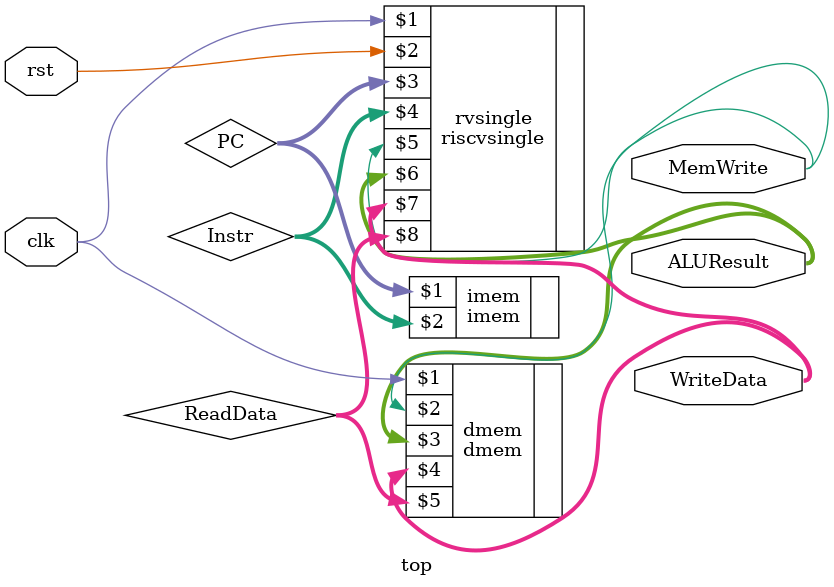
<source format=v>
module top (
    input clk, rst,
    output [31:0] WriteData, ALUResult,
    output MemWrite
);

wire [31:0] PC, Instr, ReadData;

riscvsingle rvsingle (clk, rst, PC, Instr, MemWrite, ALUResult, WriteData, ReadData);
imem imem (PC, Instr);
dmem dmem (clk, MemWrite, ALUResult, WriteData, ReadData);
endmodule
</source>
